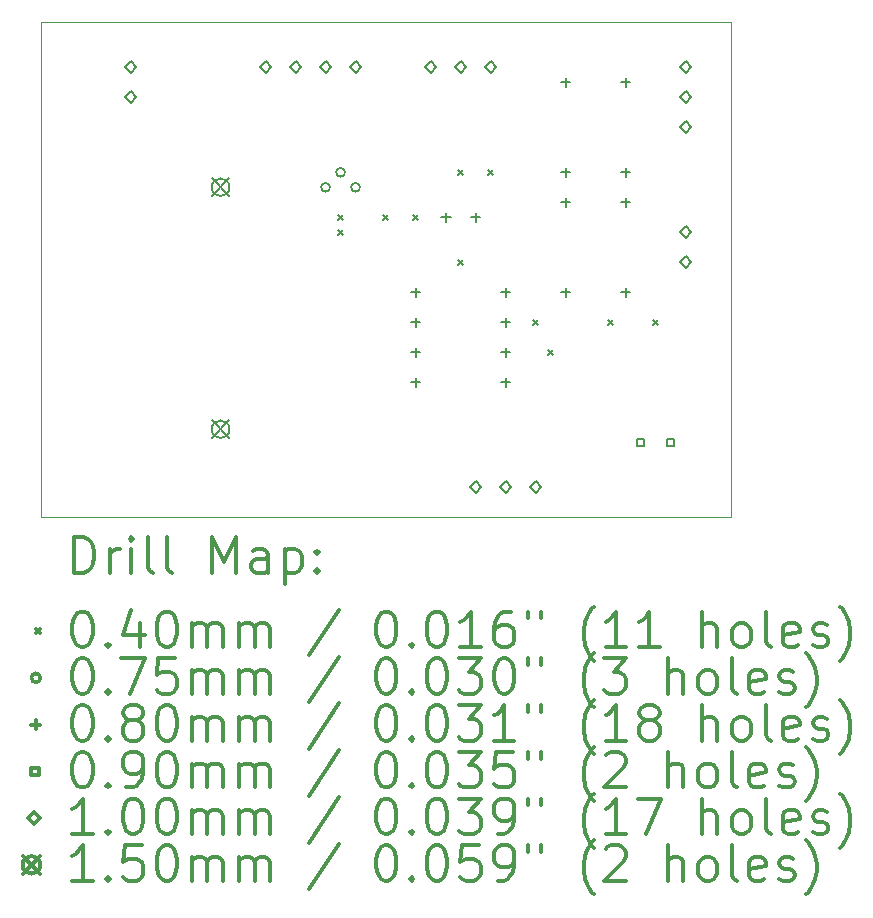
<source format=gbr>
%FSLAX45Y45*%
G04 Gerber Fmt 4.5, Leading zero omitted, Abs format (unit mm)*
G04 Created by KiCad (PCBNEW 5.1.9+dfsg1-1) date 2021-05-06 21:18:17*
%MOMM*%
%LPD*%
G01*
G04 APERTURE LIST*
%TA.AperFunction,Profile*%
%ADD10C,0.050000*%
%TD*%
%ADD11C,0.200000*%
%ADD12C,0.300000*%
G04 APERTURE END LIST*
D10*
X10795000Y-14859000D02*
X10795000Y-10668000D01*
X16637000Y-14859000D02*
X10795000Y-14859000D01*
X16637000Y-10668000D02*
X16637000Y-14859000D01*
X10795000Y-10668000D02*
X16637000Y-10668000D01*
D11*
X13315000Y-12299000D02*
X13355000Y-12339000D01*
X13355000Y-12299000D02*
X13315000Y-12339000D01*
X13315000Y-12426000D02*
X13355000Y-12466000D01*
X13355000Y-12426000D02*
X13315000Y-12466000D01*
X13696000Y-12299000D02*
X13736000Y-12339000D01*
X13736000Y-12299000D02*
X13696000Y-12339000D01*
X13950000Y-12299000D02*
X13990000Y-12339000D01*
X13990000Y-12299000D02*
X13950000Y-12339000D01*
X14331000Y-11918000D02*
X14371000Y-11958000D01*
X14371000Y-11918000D02*
X14331000Y-11958000D01*
X14331000Y-12680000D02*
X14371000Y-12720000D01*
X14371000Y-12680000D02*
X14331000Y-12720000D01*
X14585000Y-11918000D02*
X14625000Y-11958000D01*
X14625000Y-11918000D02*
X14585000Y-11958000D01*
X14966000Y-13188000D02*
X15006000Y-13228000D01*
X15006000Y-13188000D02*
X14966000Y-13228000D01*
X15093000Y-13442000D02*
X15133000Y-13482000D01*
X15133000Y-13442000D02*
X15093000Y-13482000D01*
X15601000Y-13188000D02*
X15641000Y-13228000D01*
X15641000Y-13188000D02*
X15601000Y-13228000D01*
X15982000Y-13188000D02*
X16022000Y-13228000D01*
X16022000Y-13188000D02*
X15982000Y-13228000D01*
X13245500Y-12065000D02*
G75*
G03*
X13245500Y-12065000I-37500J0D01*
G01*
X13372500Y-11938000D02*
G75*
G03*
X13372500Y-11938000I-37500J0D01*
G01*
X13499500Y-12065000D02*
G75*
G03*
X13499500Y-12065000I-37500J0D01*
G01*
X13970000Y-12914000D02*
X13970000Y-12994000D01*
X13930000Y-12954000D02*
X14010000Y-12954000D01*
X13970000Y-13168000D02*
X13970000Y-13248000D01*
X13930000Y-13208000D02*
X14010000Y-13208000D01*
X13970000Y-13422000D02*
X13970000Y-13502000D01*
X13930000Y-13462000D02*
X14010000Y-13462000D01*
X13970000Y-13676000D02*
X13970000Y-13756000D01*
X13930000Y-13716000D02*
X14010000Y-13716000D01*
X14228000Y-12279000D02*
X14228000Y-12359000D01*
X14188000Y-12319000D02*
X14268000Y-12319000D01*
X14478000Y-12279000D02*
X14478000Y-12359000D01*
X14438000Y-12319000D02*
X14518000Y-12319000D01*
X14732000Y-12914000D02*
X14732000Y-12994000D01*
X14692000Y-12954000D02*
X14772000Y-12954000D01*
X14732000Y-13168000D02*
X14732000Y-13248000D01*
X14692000Y-13208000D02*
X14772000Y-13208000D01*
X14732000Y-13422000D02*
X14732000Y-13502000D01*
X14692000Y-13462000D02*
X14772000Y-13462000D01*
X14732000Y-13676000D02*
X14732000Y-13756000D01*
X14692000Y-13716000D02*
X14772000Y-13716000D01*
X15240000Y-11136000D02*
X15240000Y-11216000D01*
X15200000Y-11176000D02*
X15280000Y-11176000D01*
X15240000Y-11898000D02*
X15240000Y-11978000D01*
X15200000Y-11938000D02*
X15280000Y-11938000D01*
X15240000Y-12152000D02*
X15240000Y-12232000D01*
X15200000Y-12192000D02*
X15280000Y-12192000D01*
X15240000Y-12914000D02*
X15240000Y-12994000D01*
X15200000Y-12954000D02*
X15280000Y-12954000D01*
X15748000Y-11136000D02*
X15748000Y-11216000D01*
X15708000Y-11176000D02*
X15788000Y-11176000D01*
X15748000Y-11898000D02*
X15748000Y-11978000D01*
X15708000Y-11938000D02*
X15788000Y-11938000D01*
X15748000Y-12152000D02*
X15748000Y-12232000D01*
X15708000Y-12192000D02*
X15788000Y-12192000D01*
X15748000Y-12914000D02*
X15748000Y-12994000D01*
X15708000Y-12954000D02*
X15788000Y-12954000D01*
X15906820Y-14255820D02*
X15906820Y-14192180D01*
X15843180Y-14192180D01*
X15843180Y-14255820D01*
X15906820Y-14255820D01*
X16160820Y-14255820D02*
X16160820Y-14192180D01*
X16097180Y-14192180D01*
X16097180Y-14255820D01*
X16160820Y-14255820D01*
X11557000Y-11099000D02*
X11607000Y-11049000D01*
X11557000Y-10999000D01*
X11507000Y-11049000D01*
X11557000Y-11099000D01*
X11557000Y-11353000D02*
X11607000Y-11303000D01*
X11557000Y-11253000D01*
X11507000Y-11303000D01*
X11557000Y-11353000D01*
X12700000Y-11099000D02*
X12750000Y-11049000D01*
X12700000Y-10999000D01*
X12650000Y-11049000D01*
X12700000Y-11099000D01*
X12954000Y-11099000D02*
X13004000Y-11049000D01*
X12954000Y-10999000D01*
X12904000Y-11049000D01*
X12954000Y-11099000D01*
X13208000Y-11099000D02*
X13258000Y-11049000D01*
X13208000Y-10999000D01*
X13158000Y-11049000D01*
X13208000Y-11099000D01*
X13462000Y-11099000D02*
X13512000Y-11049000D01*
X13462000Y-10999000D01*
X13412000Y-11049000D01*
X13462000Y-11099000D01*
X14097000Y-11099000D02*
X14147000Y-11049000D01*
X14097000Y-10999000D01*
X14047000Y-11049000D01*
X14097000Y-11099000D01*
X14351000Y-11099000D02*
X14401000Y-11049000D01*
X14351000Y-10999000D01*
X14301000Y-11049000D01*
X14351000Y-11099000D01*
X14478000Y-14655000D02*
X14528000Y-14605000D01*
X14478000Y-14555000D01*
X14428000Y-14605000D01*
X14478000Y-14655000D01*
X14605000Y-11099000D02*
X14655000Y-11049000D01*
X14605000Y-10999000D01*
X14555000Y-11049000D01*
X14605000Y-11099000D01*
X14732000Y-14655000D02*
X14782000Y-14605000D01*
X14732000Y-14555000D01*
X14682000Y-14605000D01*
X14732000Y-14655000D01*
X14986000Y-14655000D02*
X15036000Y-14605000D01*
X14986000Y-14555000D01*
X14936000Y-14605000D01*
X14986000Y-14655000D01*
X16256000Y-11099000D02*
X16306000Y-11049000D01*
X16256000Y-10999000D01*
X16206000Y-11049000D01*
X16256000Y-11099000D01*
X16256000Y-11353000D02*
X16306000Y-11303000D01*
X16256000Y-11253000D01*
X16206000Y-11303000D01*
X16256000Y-11353000D01*
X16256000Y-11607000D02*
X16306000Y-11557000D01*
X16256000Y-11507000D01*
X16206000Y-11557000D01*
X16256000Y-11607000D01*
X16256000Y-12496000D02*
X16306000Y-12446000D01*
X16256000Y-12396000D01*
X16206000Y-12446000D01*
X16256000Y-12496000D01*
X16256000Y-12750000D02*
X16306000Y-12700000D01*
X16256000Y-12650000D01*
X16206000Y-12700000D01*
X16256000Y-12750000D01*
X12244000Y-11990000D02*
X12394000Y-12140000D01*
X12394000Y-11990000D02*
X12244000Y-12140000D01*
X12394000Y-12065000D02*
G75*
G03*
X12394000Y-12065000I-75000J0D01*
G01*
X12244000Y-14039000D02*
X12394000Y-14189000D01*
X12394000Y-14039000D02*
X12244000Y-14189000D01*
X12394000Y-14114000D02*
G75*
G03*
X12394000Y-14114000I-75000J0D01*
G01*
D12*
X11078928Y-15327214D02*
X11078928Y-15027214D01*
X11150357Y-15027214D01*
X11193214Y-15041500D01*
X11221786Y-15070071D01*
X11236071Y-15098643D01*
X11250357Y-15155786D01*
X11250357Y-15198643D01*
X11236071Y-15255786D01*
X11221786Y-15284357D01*
X11193214Y-15312929D01*
X11150357Y-15327214D01*
X11078928Y-15327214D01*
X11378928Y-15327214D02*
X11378928Y-15127214D01*
X11378928Y-15184357D02*
X11393214Y-15155786D01*
X11407500Y-15141500D01*
X11436071Y-15127214D01*
X11464643Y-15127214D01*
X11564643Y-15327214D02*
X11564643Y-15127214D01*
X11564643Y-15027214D02*
X11550357Y-15041500D01*
X11564643Y-15055786D01*
X11578928Y-15041500D01*
X11564643Y-15027214D01*
X11564643Y-15055786D01*
X11750357Y-15327214D02*
X11721786Y-15312929D01*
X11707500Y-15284357D01*
X11707500Y-15027214D01*
X11907500Y-15327214D02*
X11878928Y-15312929D01*
X11864643Y-15284357D01*
X11864643Y-15027214D01*
X12250357Y-15327214D02*
X12250357Y-15027214D01*
X12350357Y-15241500D01*
X12450357Y-15027214D01*
X12450357Y-15327214D01*
X12721786Y-15327214D02*
X12721786Y-15170071D01*
X12707500Y-15141500D01*
X12678928Y-15127214D01*
X12621786Y-15127214D01*
X12593214Y-15141500D01*
X12721786Y-15312929D02*
X12693214Y-15327214D01*
X12621786Y-15327214D01*
X12593214Y-15312929D01*
X12578928Y-15284357D01*
X12578928Y-15255786D01*
X12593214Y-15227214D01*
X12621786Y-15212929D01*
X12693214Y-15212929D01*
X12721786Y-15198643D01*
X12864643Y-15127214D02*
X12864643Y-15427214D01*
X12864643Y-15141500D02*
X12893214Y-15127214D01*
X12950357Y-15127214D01*
X12978928Y-15141500D01*
X12993214Y-15155786D01*
X13007500Y-15184357D01*
X13007500Y-15270071D01*
X12993214Y-15298643D01*
X12978928Y-15312929D01*
X12950357Y-15327214D01*
X12893214Y-15327214D01*
X12864643Y-15312929D01*
X13136071Y-15298643D02*
X13150357Y-15312929D01*
X13136071Y-15327214D01*
X13121786Y-15312929D01*
X13136071Y-15298643D01*
X13136071Y-15327214D01*
X13136071Y-15141500D02*
X13150357Y-15155786D01*
X13136071Y-15170071D01*
X13121786Y-15155786D01*
X13136071Y-15141500D01*
X13136071Y-15170071D01*
X10752500Y-15801500D02*
X10792500Y-15841500D01*
X10792500Y-15801500D02*
X10752500Y-15841500D01*
X11136071Y-15657214D02*
X11164643Y-15657214D01*
X11193214Y-15671500D01*
X11207500Y-15685786D01*
X11221786Y-15714357D01*
X11236071Y-15771500D01*
X11236071Y-15842929D01*
X11221786Y-15900071D01*
X11207500Y-15928643D01*
X11193214Y-15942929D01*
X11164643Y-15957214D01*
X11136071Y-15957214D01*
X11107500Y-15942929D01*
X11093214Y-15928643D01*
X11078928Y-15900071D01*
X11064643Y-15842929D01*
X11064643Y-15771500D01*
X11078928Y-15714357D01*
X11093214Y-15685786D01*
X11107500Y-15671500D01*
X11136071Y-15657214D01*
X11364643Y-15928643D02*
X11378928Y-15942929D01*
X11364643Y-15957214D01*
X11350357Y-15942929D01*
X11364643Y-15928643D01*
X11364643Y-15957214D01*
X11636071Y-15757214D02*
X11636071Y-15957214D01*
X11564643Y-15642929D02*
X11493214Y-15857214D01*
X11678928Y-15857214D01*
X11850357Y-15657214D02*
X11878928Y-15657214D01*
X11907500Y-15671500D01*
X11921786Y-15685786D01*
X11936071Y-15714357D01*
X11950357Y-15771500D01*
X11950357Y-15842929D01*
X11936071Y-15900071D01*
X11921786Y-15928643D01*
X11907500Y-15942929D01*
X11878928Y-15957214D01*
X11850357Y-15957214D01*
X11821786Y-15942929D01*
X11807500Y-15928643D01*
X11793214Y-15900071D01*
X11778928Y-15842929D01*
X11778928Y-15771500D01*
X11793214Y-15714357D01*
X11807500Y-15685786D01*
X11821786Y-15671500D01*
X11850357Y-15657214D01*
X12078928Y-15957214D02*
X12078928Y-15757214D01*
X12078928Y-15785786D02*
X12093214Y-15771500D01*
X12121786Y-15757214D01*
X12164643Y-15757214D01*
X12193214Y-15771500D01*
X12207500Y-15800071D01*
X12207500Y-15957214D01*
X12207500Y-15800071D02*
X12221786Y-15771500D01*
X12250357Y-15757214D01*
X12293214Y-15757214D01*
X12321786Y-15771500D01*
X12336071Y-15800071D01*
X12336071Y-15957214D01*
X12478928Y-15957214D02*
X12478928Y-15757214D01*
X12478928Y-15785786D02*
X12493214Y-15771500D01*
X12521786Y-15757214D01*
X12564643Y-15757214D01*
X12593214Y-15771500D01*
X12607500Y-15800071D01*
X12607500Y-15957214D01*
X12607500Y-15800071D02*
X12621786Y-15771500D01*
X12650357Y-15757214D01*
X12693214Y-15757214D01*
X12721786Y-15771500D01*
X12736071Y-15800071D01*
X12736071Y-15957214D01*
X13321786Y-15642929D02*
X13064643Y-16028643D01*
X13707500Y-15657214D02*
X13736071Y-15657214D01*
X13764643Y-15671500D01*
X13778928Y-15685786D01*
X13793214Y-15714357D01*
X13807500Y-15771500D01*
X13807500Y-15842929D01*
X13793214Y-15900071D01*
X13778928Y-15928643D01*
X13764643Y-15942929D01*
X13736071Y-15957214D01*
X13707500Y-15957214D01*
X13678928Y-15942929D01*
X13664643Y-15928643D01*
X13650357Y-15900071D01*
X13636071Y-15842929D01*
X13636071Y-15771500D01*
X13650357Y-15714357D01*
X13664643Y-15685786D01*
X13678928Y-15671500D01*
X13707500Y-15657214D01*
X13936071Y-15928643D02*
X13950357Y-15942929D01*
X13936071Y-15957214D01*
X13921786Y-15942929D01*
X13936071Y-15928643D01*
X13936071Y-15957214D01*
X14136071Y-15657214D02*
X14164643Y-15657214D01*
X14193214Y-15671500D01*
X14207500Y-15685786D01*
X14221786Y-15714357D01*
X14236071Y-15771500D01*
X14236071Y-15842929D01*
X14221786Y-15900071D01*
X14207500Y-15928643D01*
X14193214Y-15942929D01*
X14164643Y-15957214D01*
X14136071Y-15957214D01*
X14107500Y-15942929D01*
X14093214Y-15928643D01*
X14078928Y-15900071D01*
X14064643Y-15842929D01*
X14064643Y-15771500D01*
X14078928Y-15714357D01*
X14093214Y-15685786D01*
X14107500Y-15671500D01*
X14136071Y-15657214D01*
X14521786Y-15957214D02*
X14350357Y-15957214D01*
X14436071Y-15957214D02*
X14436071Y-15657214D01*
X14407500Y-15700071D01*
X14378928Y-15728643D01*
X14350357Y-15742929D01*
X14778928Y-15657214D02*
X14721786Y-15657214D01*
X14693214Y-15671500D01*
X14678928Y-15685786D01*
X14650357Y-15728643D01*
X14636071Y-15785786D01*
X14636071Y-15900071D01*
X14650357Y-15928643D01*
X14664643Y-15942929D01*
X14693214Y-15957214D01*
X14750357Y-15957214D01*
X14778928Y-15942929D01*
X14793214Y-15928643D01*
X14807500Y-15900071D01*
X14807500Y-15828643D01*
X14793214Y-15800071D01*
X14778928Y-15785786D01*
X14750357Y-15771500D01*
X14693214Y-15771500D01*
X14664643Y-15785786D01*
X14650357Y-15800071D01*
X14636071Y-15828643D01*
X14921786Y-15657214D02*
X14921786Y-15714357D01*
X15036071Y-15657214D02*
X15036071Y-15714357D01*
X15478928Y-16071500D02*
X15464643Y-16057214D01*
X15436071Y-16014357D01*
X15421786Y-15985786D01*
X15407500Y-15942929D01*
X15393214Y-15871500D01*
X15393214Y-15814357D01*
X15407500Y-15742929D01*
X15421786Y-15700071D01*
X15436071Y-15671500D01*
X15464643Y-15628643D01*
X15478928Y-15614357D01*
X15750357Y-15957214D02*
X15578928Y-15957214D01*
X15664643Y-15957214D02*
X15664643Y-15657214D01*
X15636071Y-15700071D01*
X15607500Y-15728643D01*
X15578928Y-15742929D01*
X16036071Y-15957214D02*
X15864643Y-15957214D01*
X15950357Y-15957214D02*
X15950357Y-15657214D01*
X15921786Y-15700071D01*
X15893214Y-15728643D01*
X15864643Y-15742929D01*
X16393214Y-15957214D02*
X16393214Y-15657214D01*
X16521786Y-15957214D02*
X16521786Y-15800071D01*
X16507500Y-15771500D01*
X16478928Y-15757214D01*
X16436071Y-15757214D01*
X16407500Y-15771500D01*
X16393214Y-15785786D01*
X16707500Y-15957214D02*
X16678928Y-15942929D01*
X16664643Y-15928643D01*
X16650357Y-15900071D01*
X16650357Y-15814357D01*
X16664643Y-15785786D01*
X16678928Y-15771500D01*
X16707500Y-15757214D01*
X16750357Y-15757214D01*
X16778928Y-15771500D01*
X16793214Y-15785786D01*
X16807500Y-15814357D01*
X16807500Y-15900071D01*
X16793214Y-15928643D01*
X16778928Y-15942929D01*
X16750357Y-15957214D01*
X16707500Y-15957214D01*
X16978928Y-15957214D02*
X16950357Y-15942929D01*
X16936071Y-15914357D01*
X16936071Y-15657214D01*
X17207500Y-15942929D02*
X17178928Y-15957214D01*
X17121786Y-15957214D01*
X17093214Y-15942929D01*
X17078928Y-15914357D01*
X17078928Y-15800071D01*
X17093214Y-15771500D01*
X17121786Y-15757214D01*
X17178928Y-15757214D01*
X17207500Y-15771500D01*
X17221786Y-15800071D01*
X17221786Y-15828643D01*
X17078928Y-15857214D01*
X17336071Y-15942929D02*
X17364643Y-15957214D01*
X17421786Y-15957214D01*
X17450357Y-15942929D01*
X17464643Y-15914357D01*
X17464643Y-15900071D01*
X17450357Y-15871500D01*
X17421786Y-15857214D01*
X17378928Y-15857214D01*
X17350357Y-15842929D01*
X17336071Y-15814357D01*
X17336071Y-15800071D01*
X17350357Y-15771500D01*
X17378928Y-15757214D01*
X17421786Y-15757214D01*
X17450357Y-15771500D01*
X17564643Y-16071500D02*
X17578928Y-16057214D01*
X17607500Y-16014357D01*
X17621786Y-15985786D01*
X17636071Y-15942929D01*
X17650357Y-15871500D01*
X17650357Y-15814357D01*
X17636071Y-15742929D01*
X17621786Y-15700071D01*
X17607500Y-15671500D01*
X17578928Y-15628643D01*
X17564643Y-15614357D01*
X10792500Y-16217500D02*
G75*
G03*
X10792500Y-16217500I-37500J0D01*
G01*
X11136071Y-16053214D02*
X11164643Y-16053214D01*
X11193214Y-16067500D01*
X11207500Y-16081786D01*
X11221786Y-16110357D01*
X11236071Y-16167500D01*
X11236071Y-16238929D01*
X11221786Y-16296071D01*
X11207500Y-16324643D01*
X11193214Y-16338929D01*
X11164643Y-16353214D01*
X11136071Y-16353214D01*
X11107500Y-16338929D01*
X11093214Y-16324643D01*
X11078928Y-16296071D01*
X11064643Y-16238929D01*
X11064643Y-16167500D01*
X11078928Y-16110357D01*
X11093214Y-16081786D01*
X11107500Y-16067500D01*
X11136071Y-16053214D01*
X11364643Y-16324643D02*
X11378928Y-16338929D01*
X11364643Y-16353214D01*
X11350357Y-16338929D01*
X11364643Y-16324643D01*
X11364643Y-16353214D01*
X11478928Y-16053214D02*
X11678928Y-16053214D01*
X11550357Y-16353214D01*
X11936071Y-16053214D02*
X11793214Y-16053214D01*
X11778928Y-16196071D01*
X11793214Y-16181786D01*
X11821786Y-16167500D01*
X11893214Y-16167500D01*
X11921786Y-16181786D01*
X11936071Y-16196071D01*
X11950357Y-16224643D01*
X11950357Y-16296071D01*
X11936071Y-16324643D01*
X11921786Y-16338929D01*
X11893214Y-16353214D01*
X11821786Y-16353214D01*
X11793214Y-16338929D01*
X11778928Y-16324643D01*
X12078928Y-16353214D02*
X12078928Y-16153214D01*
X12078928Y-16181786D02*
X12093214Y-16167500D01*
X12121786Y-16153214D01*
X12164643Y-16153214D01*
X12193214Y-16167500D01*
X12207500Y-16196071D01*
X12207500Y-16353214D01*
X12207500Y-16196071D02*
X12221786Y-16167500D01*
X12250357Y-16153214D01*
X12293214Y-16153214D01*
X12321786Y-16167500D01*
X12336071Y-16196071D01*
X12336071Y-16353214D01*
X12478928Y-16353214D02*
X12478928Y-16153214D01*
X12478928Y-16181786D02*
X12493214Y-16167500D01*
X12521786Y-16153214D01*
X12564643Y-16153214D01*
X12593214Y-16167500D01*
X12607500Y-16196071D01*
X12607500Y-16353214D01*
X12607500Y-16196071D02*
X12621786Y-16167500D01*
X12650357Y-16153214D01*
X12693214Y-16153214D01*
X12721786Y-16167500D01*
X12736071Y-16196071D01*
X12736071Y-16353214D01*
X13321786Y-16038929D02*
X13064643Y-16424643D01*
X13707500Y-16053214D02*
X13736071Y-16053214D01*
X13764643Y-16067500D01*
X13778928Y-16081786D01*
X13793214Y-16110357D01*
X13807500Y-16167500D01*
X13807500Y-16238929D01*
X13793214Y-16296071D01*
X13778928Y-16324643D01*
X13764643Y-16338929D01*
X13736071Y-16353214D01*
X13707500Y-16353214D01*
X13678928Y-16338929D01*
X13664643Y-16324643D01*
X13650357Y-16296071D01*
X13636071Y-16238929D01*
X13636071Y-16167500D01*
X13650357Y-16110357D01*
X13664643Y-16081786D01*
X13678928Y-16067500D01*
X13707500Y-16053214D01*
X13936071Y-16324643D02*
X13950357Y-16338929D01*
X13936071Y-16353214D01*
X13921786Y-16338929D01*
X13936071Y-16324643D01*
X13936071Y-16353214D01*
X14136071Y-16053214D02*
X14164643Y-16053214D01*
X14193214Y-16067500D01*
X14207500Y-16081786D01*
X14221786Y-16110357D01*
X14236071Y-16167500D01*
X14236071Y-16238929D01*
X14221786Y-16296071D01*
X14207500Y-16324643D01*
X14193214Y-16338929D01*
X14164643Y-16353214D01*
X14136071Y-16353214D01*
X14107500Y-16338929D01*
X14093214Y-16324643D01*
X14078928Y-16296071D01*
X14064643Y-16238929D01*
X14064643Y-16167500D01*
X14078928Y-16110357D01*
X14093214Y-16081786D01*
X14107500Y-16067500D01*
X14136071Y-16053214D01*
X14336071Y-16053214D02*
X14521786Y-16053214D01*
X14421786Y-16167500D01*
X14464643Y-16167500D01*
X14493214Y-16181786D01*
X14507500Y-16196071D01*
X14521786Y-16224643D01*
X14521786Y-16296071D01*
X14507500Y-16324643D01*
X14493214Y-16338929D01*
X14464643Y-16353214D01*
X14378928Y-16353214D01*
X14350357Y-16338929D01*
X14336071Y-16324643D01*
X14707500Y-16053214D02*
X14736071Y-16053214D01*
X14764643Y-16067500D01*
X14778928Y-16081786D01*
X14793214Y-16110357D01*
X14807500Y-16167500D01*
X14807500Y-16238929D01*
X14793214Y-16296071D01*
X14778928Y-16324643D01*
X14764643Y-16338929D01*
X14736071Y-16353214D01*
X14707500Y-16353214D01*
X14678928Y-16338929D01*
X14664643Y-16324643D01*
X14650357Y-16296071D01*
X14636071Y-16238929D01*
X14636071Y-16167500D01*
X14650357Y-16110357D01*
X14664643Y-16081786D01*
X14678928Y-16067500D01*
X14707500Y-16053214D01*
X14921786Y-16053214D02*
X14921786Y-16110357D01*
X15036071Y-16053214D02*
X15036071Y-16110357D01*
X15478928Y-16467500D02*
X15464643Y-16453214D01*
X15436071Y-16410357D01*
X15421786Y-16381786D01*
X15407500Y-16338929D01*
X15393214Y-16267500D01*
X15393214Y-16210357D01*
X15407500Y-16138929D01*
X15421786Y-16096071D01*
X15436071Y-16067500D01*
X15464643Y-16024643D01*
X15478928Y-16010357D01*
X15564643Y-16053214D02*
X15750357Y-16053214D01*
X15650357Y-16167500D01*
X15693214Y-16167500D01*
X15721786Y-16181786D01*
X15736071Y-16196071D01*
X15750357Y-16224643D01*
X15750357Y-16296071D01*
X15736071Y-16324643D01*
X15721786Y-16338929D01*
X15693214Y-16353214D01*
X15607500Y-16353214D01*
X15578928Y-16338929D01*
X15564643Y-16324643D01*
X16107500Y-16353214D02*
X16107500Y-16053214D01*
X16236071Y-16353214D02*
X16236071Y-16196071D01*
X16221786Y-16167500D01*
X16193214Y-16153214D01*
X16150357Y-16153214D01*
X16121786Y-16167500D01*
X16107500Y-16181786D01*
X16421786Y-16353214D02*
X16393214Y-16338929D01*
X16378928Y-16324643D01*
X16364643Y-16296071D01*
X16364643Y-16210357D01*
X16378928Y-16181786D01*
X16393214Y-16167500D01*
X16421786Y-16153214D01*
X16464643Y-16153214D01*
X16493214Y-16167500D01*
X16507500Y-16181786D01*
X16521786Y-16210357D01*
X16521786Y-16296071D01*
X16507500Y-16324643D01*
X16493214Y-16338929D01*
X16464643Y-16353214D01*
X16421786Y-16353214D01*
X16693214Y-16353214D02*
X16664643Y-16338929D01*
X16650357Y-16310357D01*
X16650357Y-16053214D01*
X16921786Y-16338929D02*
X16893214Y-16353214D01*
X16836071Y-16353214D01*
X16807500Y-16338929D01*
X16793214Y-16310357D01*
X16793214Y-16196071D01*
X16807500Y-16167500D01*
X16836071Y-16153214D01*
X16893214Y-16153214D01*
X16921786Y-16167500D01*
X16936071Y-16196071D01*
X16936071Y-16224643D01*
X16793214Y-16253214D01*
X17050357Y-16338929D02*
X17078928Y-16353214D01*
X17136071Y-16353214D01*
X17164643Y-16338929D01*
X17178928Y-16310357D01*
X17178928Y-16296071D01*
X17164643Y-16267500D01*
X17136071Y-16253214D01*
X17093214Y-16253214D01*
X17064643Y-16238929D01*
X17050357Y-16210357D01*
X17050357Y-16196071D01*
X17064643Y-16167500D01*
X17093214Y-16153214D01*
X17136071Y-16153214D01*
X17164643Y-16167500D01*
X17278928Y-16467500D02*
X17293214Y-16453214D01*
X17321786Y-16410357D01*
X17336071Y-16381786D01*
X17350357Y-16338929D01*
X17364643Y-16267500D01*
X17364643Y-16210357D01*
X17350357Y-16138929D01*
X17336071Y-16096071D01*
X17321786Y-16067500D01*
X17293214Y-16024643D01*
X17278928Y-16010357D01*
X10752500Y-16573500D02*
X10752500Y-16653500D01*
X10712500Y-16613500D02*
X10792500Y-16613500D01*
X11136071Y-16449214D02*
X11164643Y-16449214D01*
X11193214Y-16463500D01*
X11207500Y-16477786D01*
X11221786Y-16506357D01*
X11236071Y-16563500D01*
X11236071Y-16634929D01*
X11221786Y-16692071D01*
X11207500Y-16720643D01*
X11193214Y-16734929D01*
X11164643Y-16749214D01*
X11136071Y-16749214D01*
X11107500Y-16734929D01*
X11093214Y-16720643D01*
X11078928Y-16692071D01*
X11064643Y-16634929D01*
X11064643Y-16563500D01*
X11078928Y-16506357D01*
X11093214Y-16477786D01*
X11107500Y-16463500D01*
X11136071Y-16449214D01*
X11364643Y-16720643D02*
X11378928Y-16734929D01*
X11364643Y-16749214D01*
X11350357Y-16734929D01*
X11364643Y-16720643D01*
X11364643Y-16749214D01*
X11550357Y-16577786D02*
X11521786Y-16563500D01*
X11507500Y-16549214D01*
X11493214Y-16520643D01*
X11493214Y-16506357D01*
X11507500Y-16477786D01*
X11521786Y-16463500D01*
X11550357Y-16449214D01*
X11607500Y-16449214D01*
X11636071Y-16463500D01*
X11650357Y-16477786D01*
X11664643Y-16506357D01*
X11664643Y-16520643D01*
X11650357Y-16549214D01*
X11636071Y-16563500D01*
X11607500Y-16577786D01*
X11550357Y-16577786D01*
X11521786Y-16592071D01*
X11507500Y-16606357D01*
X11493214Y-16634929D01*
X11493214Y-16692071D01*
X11507500Y-16720643D01*
X11521786Y-16734929D01*
X11550357Y-16749214D01*
X11607500Y-16749214D01*
X11636071Y-16734929D01*
X11650357Y-16720643D01*
X11664643Y-16692071D01*
X11664643Y-16634929D01*
X11650357Y-16606357D01*
X11636071Y-16592071D01*
X11607500Y-16577786D01*
X11850357Y-16449214D02*
X11878928Y-16449214D01*
X11907500Y-16463500D01*
X11921786Y-16477786D01*
X11936071Y-16506357D01*
X11950357Y-16563500D01*
X11950357Y-16634929D01*
X11936071Y-16692071D01*
X11921786Y-16720643D01*
X11907500Y-16734929D01*
X11878928Y-16749214D01*
X11850357Y-16749214D01*
X11821786Y-16734929D01*
X11807500Y-16720643D01*
X11793214Y-16692071D01*
X11778928Y-16634929D01*
X11778928Y-16563500D01*
X11793214Y-16506357D01*
X11807500Y-16477786D01*
X11821786Y-16463500D01*
X11850357Y-16449214D01*
X12078928Y-16749214D02*
X12078928Y-16549214D01*
X12078928Y-16577786D02*
X12093214Y-16563500D01*
X12121786Y-16549214D01*
X12164643Y-16549214D01*
X12193214Y-16563500D01*
X12207500Y-16592071D01*
X12207500Y-16749214D01*
X12207500Y-16592071D02*
X12221786Y-16563500D01*
X12250357Y-16549214D01*
X12293214Y-16549214D01*
X12321786Y-16563500D01*
X12336071Y-16592071D01*
X12336071Y-16749214D01*
X12478928Y-16749214D02*
X12478928Y-16549214D01*
X12478928Y-16577786D02*
X12493214Y-16563500D01*
X12521786Y-16549214D01*
X12564643Y-16549214D01*
X12593214Y-16563500D01*
X12607500Y-16592071D01*
X12607500Y-16749214D01*
X12607500Y-16592071D02*
X12621786Y-16563500D01*
X12650357Y-16549214D01*
X12693214Y-16549214D01*
X12721786Y-16563500D01*
X12736071Y-16592071D01*
X12736071Y-16749214D01*
X13321786Y-16434929D02*
X13064643Y-16820643D01*
X13707500Y-16449214D02*
X13736071Y-16449214D01*
X13764643Y-16463500D01*
X13778928Y-16477786D01*
X13793214Y-16506357D01*
X13807500Y-16563500D01*
X13807500Y-16634929D01*
X13793214Y-16692071D01*
X13778928Y-16720643D01*
X13764643Y-16734929D01*
X13736071Y-16749214D01*
X13707500Y-16749214D01*
X13678928Y-16734929D01*
X13664643Y-16720643D01*
X13650357Y-16692071D01*
X13636071Y-16634929D01*
X13636071Y-16563500D01*
X13650357Y-16506357D01*
X13664643Y-16477786D01*
X13678928Y-16463500D01*
X13707500Y-16449214D01*
X13936071Y-16720643D02*
X13950357Y-16734929D01*
X13936071Y-16749214D01*
X13921786Y-16734929D01*
X13936071Y-16720643D01*
X13936071Y-16749214D01*
X14136071Y-16449214D02*
X14164643Y-16449214D01*
X14193214Y-16463500D01*
X14207500Y-16477786D01*
X14221786Y-16506357D01*
X14236071Y-16563500D01*
X14236071Y-16634929D01*
X14221786Y-16692071D01*
X14207500Y-16720643D01*
X14193214Y-16734929D01*
X14164643Y-16749214D01*
X14136071Y-16749214D01*
X14107500Y-16734929D01*
X14093214Y-16720643D01*
X14078928Y-16692071D01*
X14064643Y-16634929D01*
X14064643Y-16563500D01*
X14078928Y-16506357D01*
X14093214Y-16477786D01*
X14107500Y-16463500D01*
X14136071Y-16449214D01*
X14336071Y-16449214D02*
X14521786Y-16449214D01*
X14421786Y-16563500D01*
X14464643Y-16563500D01*
X14493214Y-16577786D01*
X14507500Y-16592071D01*
X14521786Y-16620643D01*
X14521786Y-16692071D01*
X14507500Y-16720643D01*
X14493214Y-16734929D01*
X14464643Y-16749214D01*
X14378928Y-16749214D01*
X14350357Y-16734929D01*
X14336071Y-16720643D01*
X14807500Y-16749214D02*
X14636071Y-16749214D01*
X14721786Y-16749214D02*
X14721786Y-16449214D01*
X14693214Y-16492071D01*
X14664643Y-16520643D01*
X14636071Y-16534929D01*
X14921786Y-16449214D02*
X14921786Y-16506357D01*
X15036071Y-16449214D02*
X15036071Y-16506357D01*
X15478928Y-16863500D02*
X15464643Y-16849214D01*
X15436071Y-16806357D01*
X15421786Y-16777786D01*
X15407500Y-16734929D01*
X15393214Y-16663500D01*
X15393214Y-16606357D01*
X15407500Y-16534929D01*
X15421786Y-16492071D01*
X15436071Y-16463500D01*
X15464643Y-16420643D01*
X15478928Y-16406357D01*
X15750357Y-16749214D02*
X15578928Y-16749214D01*
X15664643Y-16749214D02*
X15664643Y-16449214D01*
X15636071Y-16492071D01*
X15607500Y-16520643D01*
X15578928Y-16534929D01*
X15921786Y-16577786D02*
X15893214Y-16563500D01*
X15878928Y-16549214D01*
X15864643Y-16520643D01*
X15864643Y-16506357D01*
X15878928Y-16477786D01*
X15893214Y-16463500D01*
X15921786Y-16449214D01*
X15978928Y-16449214D01*
X16007500Y-16463500D01*
X16021786Y-16477786D01*
X16036071Y-16506357D01*
X16036071Y-16520643D01*
X16021786Y-16549214D01*
X16007500Y-16563500D01*
X15978928Y-16577786D01*
X15921786Y-16577786D01*
X15893214Y-16592071D01*
X15878928Y-16606357D01*
X15864643Y-16634929D01*
X15864643Y-16692071D01*
X15878928Y-16720643D01*
X15893214Y-16734929D01*
X15921786Y-16749214D01*
X15978928Y-16749214D01*
X16007500Y-16734929D01*
X16021786Y-16720643D01*
X16036071Y-16692071D01*
X16036071Y-16634929D01*
X16021786Y-16606357D01*
X16007500Y-16592071D01*
X15978928Y-16577786D01*
X16393214Y-16749214D02*
X16393214Y-16449214D01*
X16521786Y-16749214D02*
X16521786Y-16592071D01*
X16507500Y-16563500D01*
X16478928Y-16549214D01*
X16436071Y-16549214D01*
X16407500Y-16563500D01*
X16393214Y-16577786D01*
X16707500Y-16749214D02*
X16678928Y-16734929D01*
X16664643Y-16720643D01*
X16650357Y-16692071D01*
X16650357Y-16606357D01*
X16664643Y-16577786D01*
X16678928Y-16563500D01*
X16707500Y-16549214D01*
X16750357Y-16549214D01*
X16778928Y-16563500D01*
X16793214Y-16577786D01*
X16807500Y-16606357D01*
X16807500Y-16692071D01*
X16793214Y-16720643D01*
X16778928Y-16734929D01*
X16750357Y-16749214D01*
X16707500Y-16749214D01*
X16978928Y-16749214D02*
X16950357Y-16734929D01*
X16936071Y-16706357D01*
X16936071Y-16449214D01*
X17207500Y-16734929D02*
X17178928Y-16749214D01*
X17121786Y-16749214D01*
X17093214Y-16734929D01*
X17078928Y-16706357D01*
X17078928Y-16592071D01*
X17093214Y-16563500D01*
X17121786Y-16549214D01*
X17178928Y-16549214D01*
X17207500Y-16563500D01*
X17221786Y-16592071D01*
X17221786Y-16620643D01*
X17078928Y-16649214D01*
X17336071Y-16734929D02*
X17364643Y-16749214D01*
X17421786Y-16749214D01*
X17450357Y-16734929D01*
X17464643Y-16706357D01*
X17464643Y-16692071D01*
X17450357Y-16663500D01*
X17421786Y-16649214D01*
X17378928Y-16649214D01*
X17350357Y-16634929D01*
X17336071Y-16606357D01*
X17336071Y-16592071D01*
X17350357Y-16563500D01*
X17378928Y-16549214D01*
X17421786Y-16549214D01*
X17450357Y-16563500D01*
X17564643Y-16863500D02*
X17578928Y-16849214D01*
X17607500Y-16806357D01*
X17621786Y-16777786D01*
X17636071Y-16734929D01*
X17650357Y-16663500D01*
X17650357Y-16606357D01*
X17636071Y-16534929D01*
X17621786Y-16492071D01*
X17607500Y-16463500D01*
X17578928Y-16420643D01*
X17564643Y-16406357D01*
X10779320Y-17041320D02*
X10779320Y-16977680D01*
X10715680Y-16977680D01*
X10715680Y-17041320D01*
X10779320Y-17041320D01*
X11136071Y-16845214D02*
X11164643Y-16845214D01*
X11193214Y-16859500D01*
X11207500Y-16873786D01*
X11221786Y-16902357D01*
X11236071Y-16959500D01*
X11236071Y-17030929D01*
X11221786Y-17088072D01*
X11207500Y-17116643D01*
X11193214Y-17130929D01*
X11164643Y-17145214D01*
X11136071Y-17145214D01*
X11107500Y-17130929D01*
X11093214Y-17116643D01*
X11078928Y-17088072D01*
X11064643Y-17030929D01*
X11064643Y-16959500D01*
X11078928Y-16902357D01*
X11093214Y-16873786D01*
X11107500Y-16859500D01*
X11136071Y-16845214D01*
X11364643Y-17116643D02*
X11378928Y-17130929D01*
X11364643Y-17145214D01*
X11350357Y-17130929D01*
X11364643Y-17116643D01*
X11364643Y-17145214D01*
X11521786Y-17145214D02*
X11578928Y-17145214D01*
X11607500Y-17130929D01*
X11621786Y-17116643D01*
X11650357Y-17073786D01*
X11664643Y-17016643D01*
X11664643Y-16902357D01*
X11650357Y-16873786D01*
X11636071Y-16859500D01*
X11607500Y-16845214D01*
X11550357Y-16845214D01*
X11521786Y-16859500D01*
X11507500Y-16873786D01*
X11493214Y-16902357D01*
X11493214Y-16973786D01*
X11507500Y-17002357D01*
X11521786Y-17016643D01*
X11550357Y-17030929D01*
X11607500Y-17030929D01*
X11636071Y-17016643D01*
X11650357Y-17002357D01*
X11664643Y-16973786D01*
X11850357Y-16845214D02*
X11878928Y-16845214D01*
X11907500Y-16859500D01*
X11921786Y-16873786D01*
X11936071Y-16902357D01*
X11950357Y-16959500D01*
X11950357Y-17030929D01*
X11936071Y-17088072D01*
X11921786Y-17116643D01*
X11907500Y-17130929D01*
X11878928Y-17145214D01*
X11850357Y-17145214D01*
X11821786Y-17130929D01*
X11807500Y-17116643D01*
X11793214Y-17088072D01*
X11778928Y-17030929D01*
X11778928Y-16959500D01*
X11793214Y-16902357D01*
X11807500Y-16873786D01*
X11821786Y-16859500D01*
X11850357Y-16845214D01*
X12078928Y-17145214D02*
X12078928Y-16945214D01*
X12078928Y-16973786D02*
X12093214Y-16959500D01*
X12121786Y-16945214D01*
X12164643Y-16945214D01*
X12193214Y-16959500D01*
X12207500Y-16988072D01*
X12207500Y-17145214D01*
X12207500Y-16988072D02*
X12221786Y-16959500D01*
X12250357Y-16945214D01*
X12293214Y-16945214D01*
X12321786Y-16959500D01*
X12336071Y-16988072D01*
X12336071Y-17145214D01*
X12478928Y-17145214D02*
X12478928Y-16945214D01*
X12478928Y-16973786D02*
X12493214Y-16959500D01*
X12521786Y-16945214D01*
X12564643Y-16945214D01*
X12593214Y-16959500D01*
X12607500Y-16988072D01*
X12607500Y-17145214D01*
X12607500Y-16988072D02*
X12621786Y-16959500D01*
X12650357Y-16945214D01*
X12693214Y-16945214D01*
X12721786Y-16959500D01*
X12736071Y-16988072D01*
X12736071Y-17145214D01*
X13321786Y-16830929D02*
X13064643Y-17216643D01*
X13707500Y-16845214D02*
X13736071Y-16845214D01*
X13764643Y-16859500D01*
X13778928Y-16873786D01*
X13793214Y-16902357D01*
X13807500Y-16959500D01*
X13807500Y-17030929D01*
X13793214Y-17088072D01*
X13778928Y-17116643D01*
X13764643Y-17130929D01*
X13736071Y-17145214D01*
X13707500Y-17145214D01*
X13678928Y-17130929D01*
X13664643Y-17116643D01*
X13650357Y-17088072D01*
X13636071Y-17030929D01*
X13636071Y-16959500D01*
X13650357Y-16902357D01*
X13664643Y-16873786D01*
X13678928Y-16859500D01*
X13707500Y-16845214D01*
X13936071Y-17116643D02*
X13950357Y-17130929D01*
X13936071Y-17145214D01*
X13921786Y-17130929D01*
X13936071Y-17116643D01*
X13936071Y-17145214D01*
X14136071Y-16845214D02*
X14164643Y-16845214D01*
X14193214Y-16859500D01*
X14207500Y-16873786D01*
X14221786Y-16902357D01*
X14236071Y-16959500D01*
X14236071Y-17030929D01*
X14221786Y-17088072D01*
X14207500Y-17116643D01*
X14193214Y-17130929D01*
X14164643Y-17145214D01*
X14136071Y-17145214D01*
X14107500Y-17130929D01*
X14093214Y-17116643D01*
X14078928Y-17088072D01*
X14064643Y-17030929D01*
X14064643Y-16959500D01*
X14078928Y-16902357D01*
X14093214Y-16873786D01*
X14107500Y-16859500D01*
X14136071Y-16845214D01*
X14336071Y-16845214D02*
X14521786Y-16845214D01*
X14421786Y-16959500D01*
X14464643Y-16959500D01*
X14493214Y-16973786D01*
X14507500Y-16988072D01*
X14521786Y-17016643D01*
X14521786Y-17088072D01*
X14507500Y-17116643D01*
X14493214Y-17130929D01*
X14464643Y-17145214D01*
X14378928Y-17145214D01*
X14350357Y-17130929D01*
X14336071Y-17116643D01*
X14793214Y-16845214D02*
X14650357Y-16845214D01*
X14636071Y-16988072D01*
X14650357Y-16973786D01*
X14678928Y-16959500D01*
X14750357Y-16959500D01*
X14778928Y-16973786D01*
X14793214Y-16988072D01*
X14807500Y-17016643D01*
X14807500Y-17088072D01*
X14793214Y-17116643D01*
X14778928Y-17130929D01*
X14750357Y-17145214D01*
X14678928Y-17145214D01*
X14650357Y-17130929D01*
X14636071Y-17116643D01*
X14921786Y-16845214D02*
X14921786Y-16902357D01*
X15036071Y-16845214D02*
X15036071Y-16902357D01*
X15478928Y-17259500D02*
X15464643Y-17245214D01*
X15436071Y-17202357D01*
X15421786Y-17173786D01*
X15407500Y-17130929D01*
X15393214Y-17059500D01*
X15393214Y-17002357D01*
X15407500Y-16930929D01*
X15421786Y-16888072D01*
X15436071Y-16859500D01*
X15464643Y-16816643D01*
X15478928Y-16802357D01*
X15578928Y-16873786D02*
X15593214Y-16859500D01*
X15621786Y-16845214D01*
X15693214Y-16845214D01*
X15721786Y-16859500D01*
X15736071Y-16873786D01*
X15750357Y-16902357D01*
X15750357Y-16930929D01*
X15736071Y-16973786D01*
X15564643Y-17145214D01*
X15750357Y-17145214D01*
X16107500Y-17145214D02*
X16107500Y-16845214D01*
X16236071Y-17145214D02*
X16236071Y-16988072D01*
X16221786Y-16959500D01*
X16193214Y-16945214D01*
X16150357Y-16945214D01*
X16121786Y-16959500D01*
X16107500Y-16973786D01*
X16421786Y-17145214D02*
X16393214Y-17130929D01*
X16378928Y-17116643D01*
X16364643Y-17088072D01*
X16364643Y-17002357D01*
X16378928Y-16973786D01*
X16393214Y-16959500D01*
X16421786Y-16945214D01*
X16464643Y-16945214D01*
X16493214Y-16959500D01*
X16507500Y-16973786D01*
X16521786Y-17002357D01*
X16521786Y-17088072D01*
X16507500Y-17116643D01*
X16493214Y-17130929D01*
X16464643Y-17145214D01*
X16421786Y-17145214D01*
X16693214Y-17145214D02*
X16664643Y-17130929D01*
X16650357Y-17102357D01*
X16650357Y-16845214D01*
X16921786Y-17130929D02*
X16893214Y-17145214D01*
X16836071Y-17145214D01*
X16807500Y-17130929D01*
X16793214Y-17102357D01*
X16793214Y-16988072D01*
X16807500Y-16959500D01*
X16836071Y-16945214D01*
X16893214Y-16945214D01*
X16921786Y-16959500D01*
X16936071Y-16988072D01*
X16936071Y-17016643D01*
X16793214Y-17045214D01*
X17050357Y-17130929D02*
X17078928Y-17145214D01*
X17136071Y-17145214D01*
X17164643Y-17130929D01*
X17178928Y-17102357D01*
X17178928Y-17088072D01*
X17164643Y-17059500D01*
X17136071Y-17045214D01*
X17093214Y-17045214D01*
X17064643Y-17030929D01*
X17050357Y-17002357D01*
X17050357Y-16988072D01*
X17064643Y-16959500D01*
X17093214Y-16945214D01*
X17136071Y-16945214D01*
X17164643Y-16959500D01*
X17278928Y-17259500D02*
X17293214Y-17245214D01*
X17321786Y-17202357D01*
X17336071Y-17173786D01*
X17350357Y-17130929D01*
X17364643Y-17059500D01*
X17364643Y-17002357D01*
X17350357Y-16930929D01*
X17336071Y-16888072D01*
X17321786Y-16859500D01*
X17293214Y-16816643D01*
X17278928Y-16802357D01*
X10742500Y-17455500D02*
X10792500Y-17405500D01*
X10742500Y-17355500D01*
X10692500Y-17405500D01*
X10742500Y-17455500D01*
X11236071Y-17541214D02*
X11064643Y-17541214D01*
X11150357Y-17541214D02*
X11150357Y-17241214D01*
X11121786Y-17284072D01*
X11093214Y-17312643D01*
X11064643Y-17326929D01*
X11364643Y-17512643D02*
X11378928Y-17526929D01*
X11364643Y-17541214D01*
X11350357Y-17526929D01*
X11364643Y-17512643D01*
X11364643Y-17541214D01*
X11564643Y-17241214D02*
X11593214Y-17241214D01*
X11621786Y-17255500D01*
X11636071Y-17269786D01*
X11650357Y-17298357D01*
X11664643Y-17355500D01*
X11664643Y-17426929D01*
X11650357Y-17484072D01*
X11636071Y-17512643D01*
X11621786Y-17526929D01*
X11593214Y-17541214D01*
X11564643Y-17541214D01*
X11536071Y-17526929D01*
X11521786Y-17512643D01*
X11507500Y-17484072D01*
X11493214Y-17426929D01*
X11493214Y-17355500D01*
X11507500Y-17298357D01*
X11521786Y-17269786D01*
X11536071Y-17255500D01*
X11564643Y-17241214D01*
X11850357Y-17241214D02*
X11878928Y-17241214D01*
X11907500Y-17255500D01*
X11921786Y-17269786D01*
X11936071Y-17298357D01*
X11950357Y-17355500D01*
X11950357Y-17426929D01*
X11936071Y-17484072D01*
X11921786Y-17512643D01*
X11907500Y-17526929D01*
X11878928Y-17541214D01*
X11850357Y-17541214D01*
X11821786Y-17526929D01*
X11807500Y-17512643D01*
X11793214Y-17484072D01*
X11778928Y-17426929D01*
X11778928Y-17355500D01*
X11793214Y-17298357D01*
X11807500Y-17269786D01*
X11821786Y-17255500D01*
X11850357Y-17241214D01*
X12078928Y-17541214D02*
X12078928Y-17341214D01*
X12078928Y-17369786D02*
X12093214Y-17355500D01*
X12121786Y-17341214D01*
X12164643Y-17341214D01*
X12193214Y-17355500D01*
X12207500Y-17384072D01*
X12207500Y-17541214D01*
X12207500Y-17384072D02*
X12221786Y-17355500D01*
X12250357Y-17341214D01*
X12293214Y-17341214D01*
X12321786Y-17355500D01*
X12336071Y-17384072D01*
X12336071Y-17541214D01*
X12478928Y-17541214D02*
X12478928Y-17341214D01*
X12478928Y-17369786D02*
X12493214Y-17355500D01*
X12521786Y-17341214D01*
X12564643Y-17341214D01*
X12593214Y-17355500D01*
X12607500Y-17384072D01*
X12607500Y-17541214D01*
X12607500Y-17384072D02*
X12621786Y-17355500D01*
X12650357Y-17341214D01*
X12693214Y-17341214D01*
X12721786Y-17355500D01*
X12736071Y-17384072D01*
X12736071Y-17541214D01*
X13321786Y-17226929D02*
X13064643Y-17612643D01*
X13707500Y-17241214D02*
X13736071Y-17241214D01*
X13764643Y-17255500D01*
X13778928Y-17269786D01*
X13793214Y-17298357D01*
X13807500Y-17355500D01*
X13807500Y-17426929D01*
X13793214Y-17484072D01*
X13778928Y-17512643D01*
X13764643Y-17526929D01*
X13736071Y-17541214D01*
X13707500Y-17541214D01*
X13678928Y-17526929D01*
X13664643Y-17512643D01*
X13650357Y-17484072D01*
X13636071Y-17426929D01*
X13636071Y-17355500D01*
X13650357Y-17298357D01*
X13664643Y-17269786D01*
X13678928Y-17255500D01*
X13707500Y-17241214D01*
X13936071Y-17512643D02*
X13950357Y-17526929D01*
X13936071Y-17541214D01*
X13921786Y-17526929D01*
X13936071Y-17512643D01*
X13936071Y-17541214D01*
X14136071Y-17241214D02*
X14164643Y-17241214D01*
X14193214Y-17255500D01*
X14207500Y-17269786D01*
X14221786Y-17298357D01*
X14236071Y-17355500D01*
X14236071Y-17426929D01*
X14221786Y-17484072D01*
X14207500Y-17512643D01*
X14193214Y-17526929D01*
X14164643Y-17541214D01*
X14136071Y-17541214D01*
X14107500Y-17526929D01*
X14093214Y-17512643D01*
X14078928Y-17484072D01*
X14064643Y-17426929D01*
X14064643Y-17355500D01*
X14078928Y-17298357D01*
X14093214Y-17269786D01*
X14107500Y-17255500D01*
X14136071Y-17241214D01*
X14336071Y-17241214D02*
X14521786Y-17241214D01*
X14421786Y-17355500D01*
X14464643Y-17355500D01*
X14493214Y-17369786D01*
X14507500Y-17384072D01*
X14521786Y-17412643D01*
X14521786Y-17484072D01*
X14507500Y-17512643D01*
X14493214Y-17526929D01*
X14464643Y-17541214D01*
X14378928Y-17541214D01*
X14350357Y-17526929D01*
X14336071Y-17512643D01*
X14664643Y-17541214D02*
X14721786Y-17541214D01*
X14750357Y-17526929D01*
X14764643Y-17512643D01*
X14793214Y-17469786D01*
X14807500Y-17412643D01*
X14807500Y-17298357D01*
X14793214Y-17269786D01*
X14778928Y-17255500D01*
X14750357Y-17241214D01*
X14693214Y-17241214D01*
X14664643Y-17255500D01*
X14650357Y-17269786D01*
X14636071Y-17298357D01*
X14636071Y-17369786D01*
X14650357Y-17398357D01*
X14664643Y-17412643D01*
X14693214Y-17426929D01*
X14750357Y-17426929D01*
X14778928Y-17412643D01*
X14793214Y-17398357D01*
X14807500Y-17369786D01*
X14921786Y-17241214D02*
X14921786Y-17298357D01*
X15036071Y-17241214D02*
X15036071Y-17298357D01*
X15478928Y-17655500D02*
X15464643Y-17641214D01*
X15436071Y-17598357D01*
X15421786Y-17569786D01*
X15407500Y-17526929D01*
X15393214Y-17455500D01*
X15393214Y-17398357D01*
X15407500Y-17326929D01*
X15421786Y-17284072D01*
X15436071Y-17255500D01*
X15464643Y-17212643D01*
X15478928Y-17198357D01*
X15750357Y-17541214D02*
X15578928Y-17541214D01*
X15664643Y-17541214D02*
X15664643Y-17241214D01*
X15636071Y-17284072D01*
X15607500Y-17312643D01*
X15578928Y-17326929D01*
X15850357Y-17241214D02*
X16050357Y-17241214D01*
X15921786Y-17541214D01*
X16393214Y-17541214D02*
X16393214Y-17241214D01*
X16521786Y-17541214D02*
X16521786Y-17384072D01*
X16507500Y-17355500D01*
X16478928Y-17341214D01*
X16436071Y-17341214D01*
X16407500Y-17355500D01*
X16393214Y-17369786D01*
X16707500Y-17541214D02*
X16678928Y-17526929D01*
X16664643Y-17512643D01*
X16650357Y-17484072D01*
X16650357Y-17398357D01*
X16664643Y-17369786D01*
X16678928Y-17355500D01*
X16707500Y-17341214D01*
X16750357Y-17341214D01*
X16778928Y-17355500D01*
X16793214Y-17369786D01*
X16807500Y-17398357D01*
X16807500Y-17484072D01*
X16793214Y-17512643D01*
X16778928Y-17526929D01*
X16750357Y-17541214D01*
X16707500Y-17541214D01*
X16978928Y-17541214D02*
X16950357Y-17526929D01*
X16936071Y-17498357D01*
X16936071Y-17241214D01*
X17207500Y-17526929D02*
X17178928Y-17541214D01*
X17121786Y-17541214D01*
X17093214Y-17526929D01*
X17078928Y-17498357D01*
X17078928Y-17384072D01*
X17093214Y-17355500D01*
X17121786Y-17341214D01*
X17178928Y-17341214D01*
X17207500Y-17355500D01*
X17221786Y-17384072D01*
X17221786Y-17412643D01*
X17078928Y-17441214D01*
X17336071Y-17526929D02*
X17364643Y-17541214D01*
X17421786Y-17541214D01*
X17450357Y-17526929D01*
X17464643Y-17498357D01*
X17464643Y-17484072D01*
X17450357Y-17455500D01*
X17421786Y-17441214D01*
X17378928Y-17441214D01*
X17350357Y-17426929D01*
X17336071Y-17398357D01*
X17336071Y-17384072D01*
X17350357Y-17355500D01*
X17378928Y-17341214D01*
X17421786Y-17341214D01*
X17450357Y-17355500D01*
X17564643Y-17655500D02*
X17578928Y-17641214D01*
X17607500Y-17598357D01*
X17621786Y-17569786D01*
X17636071Y-17526929D01*
X17650357Y-17455500D01*
X17650357Y-17398357D01*
X17636071Y-17326929D01*
X17621786Y-17284072D01*
X17607500Y-17255500D01*
X17578928Y-17212643D01*
X17564643Y-17198357D01*
X10642500Y-17726500D02*
X10792500Y-17876500D01*
X10792500Y-17726500D02*
X10642500Y-17876500D01*
X10792500Y-17801500D02*
G75*
G03*
X10792500Y-17801500I-75000J0D01*
G01*
X11236071Y-17937214D02*
X11064643Y-17937214D01*
X11150357Y-17937214D02*
X11150357Y-17637214D01*
X11121786Y-17680072D01*
X11093214Y-17708643D01*
X11064643Y-17722929D01*
X11364643Y-17908643D02*
X11378928Y-17922929D01*
X11364643Y-17937214D01*
X11350357Y-17922929D01*
X11364643Y-17908643D01*
X11364643Y-17937214D01*
X11650357Y-17637214D02*
X11507500Y-17637214D01*
X11493214Y-17780072D01*
X11507500Y-17765786D01*
X11536071Y-17751500D01*
X11607500Y-17751500D01*
X11636071Y-17765786D01*
X11650357Y-17780072D01*
X11664643Y-17808643D01*
X11664643Y-17880072D01*
X11650357Y-17908643D01*
X11636071Y-17922929D01*
X11607500Y-17937214D01*
X11536071Y-17937214D01*
X11507500Y-17922929D01*
X11493214Y-17908643D01*
X11850357Y-17637214D02*
X11878928Y-17637214D01*
X11907500Y-17651500D01*
X11921786Y-17665786D01*
X11936071Y-17694357D01*
X11950357Y-17751500D01*
X11950357Y-17822929D01*
X11936071Y-17880072D01*
X11921786Y-17908643D01*
X11907500Y-17922929D01*
X11878928Y-17937214D01*
X11850357Y-17937214D01*
X11821786Y-17922929D01*
X11807500Y-17908643D01*
X11793214Y-17880072D01*
X11778928Y-17822929D01*
X11778928Y-17751500D01*
X11793214Y-17694357D01*
X11807500Y-17665786D01*
X11821786Y-17651500D01*
X11850357Y-17637214D01*
X12078928Y-17937214D02*
X12078928Y-17737214D01*
X12078928Y-17765786D02*
X12093214Y-17751500D01*
X12121786Y-17737214D01*
X12164643Y-17737214D01*
X12193214Y-17751500D01*
X12207500Y-17780072D01*
X12207500Y-17937214D01*
X12207500Y-17780072D02*
X12221786Y-17751500D01*
X12250357Y-17737214D01*
X12293214Y-17737214D01*
X12321786Y-17751500D01*
X12336071Y-17780072D01*
X12336071Y-17937214D01*
X12478928Y-17937214D02*
X12478928Y-17737214D01*
X12478928Y-17765786D02*
X12493214Y-17751500D01*
X12521786Y-17737214D01*
X12564643Y-17737214D01*
X12593214Y-17751500D01*
X12607500Y-17780072D01*
X12607500Y-17937214D01*
X12607500Y-17780072D02*
X12621786Y-17751500D01*
X12650357Y-17737214D01*
X12693214Y-17737214D01*
X12721786Y-17751500D01*
X12736071Y-17780072D01*
X12736071Y-17937214D01*
X13321786Y-17622929D02*
X13064643Y-18008643D01*
X13707500Y-17637214D02*
X13736071Y-17637214D01*
X13764643Y-17651500D01*
X13778928Y-17665786D01*
X13793214Y-17694357D01*
X13807500Y-17751500D01*
X13807500Y-17822929D01*
X13793214Y-17880072D01*
X13778928Y-17908643D01*
X13764643Y-17922929D01*
X13736071Y-17937214D01*
X13707500Y-17937214D01*
X13678928Y-17922929D01*
X13664643Y-17908643D01*
X13650357Y-17880072D01*
X13636071Y-17822929D01*
X13636071Y-17751500D01*
X13650357Y-17694357D01*
X13664643Y-17665786D01*
X13678928Y-17651500D01*
X13707500Y-17637214D01*
X13936071Y-17908643D02*
X13950357Y-17922929D01*
X13936071Y-17937214D01*
X13921786Y-17922929D01*
X13936071Y-17908643D01*
X13936071Y-17937214D01*
X14136071Y-17637214D02*
X14164643Y-17637214D01*
X14193214Y-17651500D01*
X14207500Y-17665786D01*
X14221786Y-17694357D01*
X14236071Y-17751500D01*
X14236071Y-17822929D01*
X14221786Y-17880072D01*
X14207500Y-17908643D01*
X14193214Y-17922929D01*
X14164643Y-17937214D01*
X14136071Y-17937214D01*
X14107500Y-17922929D01*
X14093214Y-17908643D01*
X14078928Y-17880072D01*
X14064643Y-17822929D01*
X14064643Y-17751500D01*
X14078928Y-17694357D01*
X14093214Y-17665786D01*
X14107500Y-17651500D01*
X14136071Y-17637214D01*
X14507500Y-17637214D02*
X14364643Y-17637214D01*
X14350357Y-17780072D01*
X14364643Y-17765786D01*
X14393214Y-17751500D01*
X14464643Y-17751500D01*
X14493214Y-17765786D01*
X14507500Y-17780072D01*
X14521786Y-17808643D01*
X14521786Y-17880072D01*
X14507500Y-17908643D01*
X14493214Y-17922929D01*
X14464643Y-17937214D01*
X14393214Y-17937214D01*
X14364643Y-17922929D01*
X14350357Y-17908643D01*
X14664643Y-17937214D02*
X14721786Y-17937214D01*
X14750357Y-17922929D01*
X14764643Y-17908643D01*
X14793214Y-17865786D01*
X14807500Y-17808643D01*
X14807500Y-17694357D01*
X14793214Y-17665786D01*
X14778928Y-17651500D01*
X14750357Y-17637214D01*
X14693214Y-17637214D01*
X14664643Y-17651500D01*
X14650357Y-17665786D01*
X14636071Y-17694357D01*
X14636071Y-17765786D01*
X14650357Y-17794357D01*
X14664643Y-17808643D01*
X14693214Y-17822929D01*
X14750357Y-17822929D01*
X14778928Y-17808643D01*
X14793214Y-17794357D01*
X14807500Y-17765786D01*
X14921786Y-17637214D02*
X14921786Y-17694357D01*
X15036071Y-17637214D02*
X15036071Y-17694357D01*
X15478928Y-18051500D02*
X15464643Y-18037214D01*
X15436071Y-17994357D01*
X15421786Y-17965786D01*
X15407500Y-17922929D01*
X15393214Y-17851500D01*
X15393214Y-17794357D01*
X15407500Y-17722929D01*
X15421786Y-17680072D01*
X15436071Y-17651500D01*
X15464643Y-17608643D01*
X15478928Y-17594357D01*
X15578928Y-17665786D02*
X15593214Y-17651500D01*
X15621786Y-17637214D01*
X15693214Y-17637214D01*
X15721786Y-17651500D01*
X15736071Y-17665786D01*
X15750357Y-17694357D01*
X15750357Y-17722929D01*
X15736071Y-17765786D01*
X15564643Y-17937214D01*
X15750357Y-17937214D01*
X16107500Y-17937214D02*
X16107500Y-17637214D01*
X16236071Y-17937214D02*
X16236071Y-17780072D01*
X16221786Y-17751500D01*
X16193214Y-17737214D01*
X16150357Y-17737214D01*
X16121786Y-17751500D01*
X16107500Y-17765786D01*
X16421786Y-17937214D02*
X16393214Y-17922929D01*
X16378928Y-17908643D01*
X16364643Y-17880072D01*
X16364643Y-17794357D01*
X16378928Y-17765786D01*
X16393214Y-17751500D01*
X16421786Y-17737214D01*
X16464643Y-17737214D01*
X16493214Y-17751500D01*
X16507500Y-17765786D01*
X16521786Y-17794357D01*
X16521786Y-17880072D01*
X16507500Y-17908643D01*
X16493214Y-17922929D01*
X16464643Y-17937214D01*
X16421786Y-17937214D01*
X16693214Y-17937214D02*
X16664643Y-17922929D01*
X16650357Y-17894357D01*
X16650357Y-17637214D01*
X16921786Y-17922929D02*
X16893214Y-17937214D01*
X16836071Y-17937214D01*
X16807500Y-17922929D01*
X16793214Y-17894357D01*
X16793214Y-17780072D01*
X16807500Y-17751500D01*
X16836071Y-17737214D01*
X16893214Y-17737214D01*
X16921786Y-17751500D01*
X16936071Y-17780072D01*
X16936071Y-17808643D01*
X16793214Y-17837214D01*
X17050357Y-17922929D02*
X17078928Y-17937214D01*
X17136071Y-17937214D01*
X17164643Y-17922929D01*
X17178928Y-17894357D01*
X17178928Y-17880072D01*
X17164643Y-17851500D01*
X17136071Y-17837214D01*
X17093214Y-17837214D01*
X17064643Y-17822929D01*
X17050357Y-17794357D01*
X17050357Y-17780072D01*
X17064643Y-17751500D01*
X17093214Y-17737214D01*
X17136071Y-17737214D01*
X17164643Y-17751500D01*
X17278928Y-18051500D02*
X17293214Y-18037214D01*
X17321786Y-17994357D01*
X17336071Y-17965786D01*
X17350357Y-17922929D01*
X17364643Y-17851500D01*
X17364643Y-17794357D01*
X17350357Y-17722929D01*
X17336071Y-17680072D01*
X17321786Y-17651500D01*
X17293214Y-17608643D01*
X17278928Y-17594357D01*
M02*

</source>
